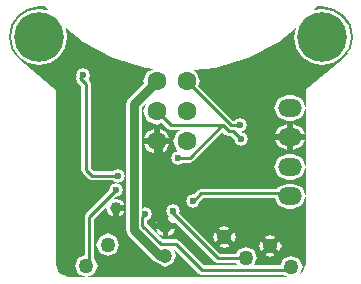
<source format=gbl>
G04 Layer_Physical_Order=2*
G04 Layer_Color=16711680*
%FSLAX43Y43*%
%MOMM*%
G71*
G01*
G75*
%ADD14C,0.250*%
%ADD15C,0.750*%
%ADD16C,0.500*%
%ADD17C,4.200*%
%ADD18C,1.270*%
%ADD19C,1.200*%
%ADD20C,1.000*%
%ADD21O,2.000X1.500*%
%ADD22C,0.600*%
%ADD23C,1.600*%
G36*
X27000Y23324D02*
X27985Y23128D01*
X28820Y22570D01*
X29378Y21735D01*
X29574Y20750D01*
X29378Y19765D01*
X29118Y19374D01*
X29152Y19352D01*
X28812Y18938D01*
X25860Y16515D01*
X25711Y16454D01*
X25592Y16165D01*
Y1500D01*
X25600Y1481D01*
X25283Y717D01*
X25077Y632D01*
X25333Y1250D01*
X25052Y1927D01*
X24375Y2208D01*
X23698Y1927D01*
X23478Y1396D01*
X21208D01*
X21458Y2000D01*
X21177Y2677D01*
X20500Y2958D01*
X19823Y2677D01*
X19710Y2406D01*
X18325D01*
X14878Y5853D01*
X14938Y6000D01*
X14764Y6421D01*
X14343Y6595D01*
X13922Y6421D01*
X13748Y6000D01*
X13922Y5579D01*
X14062Y5521D01*
X14118Y5465D01*
X13958Y5531D01*
Y4965D01*
X14524D01*
X14458Y5125D01*
X17870Y1713D01*
X18157Y1594D01*
X19710D01*
X19792Y1396D01*
X16928D01*
X14847Y3477D01*
X14560Y3596D01*
X13478D01*
X12156Y4918D01*
Y5219D01*
X12421Y5329D01*
X12595Y5750D01*
X12421Y6171D01*
X12000Y6345D01*
X11677Y6211D01*
Y14760D01*
X12139Y15223D01*
X11823Y14460D01*
X12156Y13656D01*
X12960Y13323D01*
X13358Y13488D01*
X13883Y12963D01*
X14170Y12844D01*
X14987D01*
X14696Y12724D01*
X14363Y11920D01*
X14696Y11116D01*
X14749Y11095D01*
X14329Y10921D01*
X14155Y10500D01*
X14329Y10079D01*
X14750Y9905D01*
X15171Y10079D01*
X15177Y10094D01*
X15750D01*
X16037Y10213D01*
X16043Y10227D01*
X18517Y12702D01*
X18756Y12463D01*
X19043Y12344D01*
X19272D01*
X19506Y12110D01*
X19500Y12095D01*
X19674Y11674D01*
X20095Y11500D01*
X20516Y11674D01*
X20690Y12095D01*
X20516Y12516D01*
X20095Y12690D01*
X20080Y12684D01*
X20077Y12687D01*
X20421Y12829D01*
X20595Y13250D01*
X20421Y13671D01*
X20000Y13845D01*
X19579Y13671D01*
X19573Y13656D01*
X19418D01*
X16472Y16602D01*
X16637Y17000D01*
X16304Y17804D01*
X16054Y17907D01*
X17916Y18090D01*
X20720Y18941D01*
X23304Y20322D01*
X24756Y21513D01*
X24604Y20750D01*
X24786Y19833D01*
X25306Y19056D01*
X26083Y18536D01*
X27000Y18354D01*
X27917Y18536D01*
X28694Y19056D01*
X29214Y19833D01*
X29396Y20750D01*
X29214Y21667D01*
X28694Y22444D01*
X27917Y22964D01*
X27000Y23146D01*
X26237Y22994D01*
X26522Y23342D01*
X27000D01*
Y23324D01*
D02*
G37*
G36*
X3763Y22994D02*
X3000Y23146D01*
X2083Y22964D01*
X1306Y22444D01*
X786Y21667D01*
X604Y20750D01*
X786Y19833D01*
X1306Y19056D01*
X2083Y18536D01*
X3000Y18354D01*
X3917Y18536D01*
X4694Y19056D01*
X5214Y19833D01*
X5396Y20750D01*
X5244Y21513D01*
X6696Y20322D01*
X9280Y18941D01*
X12084Y18090D01*
X12701Y18029D01*
X12156Y17804D01*
X11823Y17000D01*
X11876Y16873D01*
X10522Y15518D01*
X10323Y15040D01*
Y4439D01*
X10522Y3961D01*
X12746Y1737D01*
X13036Y1617D01*
X13057Y1564D01*
X13708Y1295D01*
X14359Y1564D01*
X14628Y2215D01*
X14393Y2783D01*
X16473Y703D01*
X16760Y584D01*
X23693D01*
X23698Y573D01*
X24095Y408D01*
X7043D01*
X7691Y677D01*
X7972Y1354D01*
X7691Y2031D01*
X7670Y2040D01*
Y5346D01*
X8769Y6445D01*
X8688Y6250D01*
X8926Y5676D01*
X9250Y5542D01*
Y6250D01*
X9500D01*
Y6500D01*
X10208D01*
X10074Y6824D01*
X9500Y7062D01*
X9305Y6981D01*
X9485Y7161D01*
X9500Y7155D01*
X9921Y7329D01*
X10095Y7750D01*
X9921Y8171D01*
X9500Y8345D01*
X9079Y8171D01*
X8905Y7750D01*
X8911Y7735D01*
X6977Y5801D01*
X6858Y5514D01*
Y2247D01*
X6337Y2031D01*
X6056Y1354D01*
X6337Y677D01*
X6985Y408D01*
X5500D01*
X5481Y400D01*
X4717Y717D01*
X4400Y1481D01*
X4408Y1500D01*
Y16165D01*
X4289Y16454D01*
X4140Y16515D01*
X1188Y18938D01*
X848Y19352D01*
X882Y19374D01*
X622Y19765D01*
X426Y20750D01*
X622Y21735D01*
X1180Y22570D01*
X2015Y23128D01*
X3000Y23324D01*
X3000D01*
Y23342D01*
X3478D01*
X3763Y22994D01*
D02*
G37*
%LPC*%
G36*
X13458Y4465D02*
X12892D01*
X13057Y4064D01*
X13458Y3899D01*
Y4465D01*
D02*
G37*
G36*
X22579Y4004D02*
X22152Y3827D01*
X22579Y3400D01*
X23006Y3827D01*
X22579Y4004D01*
D02*
G37*
G36*
X17923Y4223D02*
X17746Y3796D01*
X17923Y3369D01*
X18350Y3796D01*
X17923Y4223D01*
D02*
G37*
G36*
X13458Y5531D02*
X13057Y5366D01*
X12892Y4965D01*
X13458D01*
Y5531D01*
D02*
G37*
G36*
X18704Y4754D02*
X18277Y4577D01*
X18704Y4150D01*
X19131Y4577D01*
X18704Y4754D01*
D02*
G37*
G36*
X14524Y4465D02*
X13958D01*
Y3899D01*
X14359Y4064D01*
X14524Y4465D01*
D02*
G37*
G36*
X21798Y3473D02*
X21621Y3046D01*
X21798Y2619D01*
X22225Y3046D01*
X21798Y3473D01*
D02*
G37*
G36*
X8810Y4108D02*
X8133Y3827D01*
X7852Y3150D01*
X8133Y2473D01*
X8810Y2192D01*
X9487Y2473D01*
X9768Y3150D01*
X9487Y3827D01*
X8810Y4108D01*
D02*
G37*
G36*
X22579Y2693D02*
X22152Y2265D01*
X22579Y2088D01*
X23006Y2265D01*
X22579Y2693D01*
D02*
G37*
G36*
X19485Y4223D02*
X19058Y3796D01*
X19485Y3369D01*
X19662Y3796D01*
X19485Y4223D01*
D02*
G37*
G36*
X18704Y3443D02*
X18277Y3015D01*
X18704Y2838D01*
X19131Y3015D01*
X18704Y3443D01*
D02*
G37*
G36*
X23360Y3473D02*
X22933Y3046D01*
X23360Y2619D01*
X23537Y3046D01*
X23360Y3473D01*
D02*
G37*
G36*
X10208Y6000D02*
X9750D01*
Y5542D01*
X10074Y5676D01*
X10208Y6000D01*
D02*
G37*
G36*
X13210Y12953D02*
Y12170D01*
X13993D01*
X13764Y12724D01*
X13210Y12953D01*
D02*
G37*
G36*
X12710Y12953D02*
X12156Y12724D01*
X11927Y12170D01*
X12710D01*
Y12953D01*
D02*
G37*
G36*
X25479Y12000D02*
X24500D01*
Y11168D01*
X24500D01*
X25265Y11485D01*
X25479Y12000D01*
D02*
G37*
G36*
X24500Y15832D02*
X24000D01*
X23235Y15515D01*
X22918Y14750D01*
X23235Y13985D01*
X24000Y13668D01*
X24500D01*
X25265Y13985D01*
X25582Y14750D01*
X25265Y15515D01*
X24500Y15832D01*
D02*
G37*
G36*
Y13332D02*
X24500D01*
Y12500D01*
X25479D01*
X25265Y13015D01*
X24500Y13332D01*
D02*
G37*
G36*
X24000D02*
X24000D01*
X23235Y13015D01*
X23021Y12500D01*
X24000D01*
Y13332D01*
D02*
G37*
G36*
X24500Y10832D02*
X24000D01*
X23235Y10515D01*
X22918Y9750D01*
X23235Y8985D01*
X24000Y8668D01*
X24500D01*
X25265Y8985D01*
X25582Y9750D01*
X25265Y10515D01*
X24500Y10832D01*
D02*
G37*
G36*
X6750Y18095D02*
X6329Y17921D01*
X6155Y17500D01*
X6176Y17448D01*
X6094Y17250D01*
X6213Y16963D01*
X6594Y16582D01*
Y9500D01*
X6713Y9213D01*
X7213Y8713D01*
X7500Y8594D01*
X9273D01*
X9279Y8579D01*
X9700Y8405D01*
X10121Y8579D01*
X10295Y9000D01*
X10121Y9421D01*
X9700Y9595D01*
X9279Y9421D01*
X9273Y9406D01*
X7668D01*
X7406Y9668D01*
Y16750D01*
X7287Y17037D01*
X7193Y17131D01*
X7345Y17500D01*
X7171Y17921D01*
X6750Y18095D01*
D02*
G37*
G36*
X24500Y8332D02*
X24000D01*
X23235Y8015D01*
X23189Y7906D01*
X16750D01*
X16463Y7787D01*
X16086Y7410D01*
X16000Y7445D01*
X15579Y7271D01*
X15405Y6850D01*
X15579Y6429D01*
X16000Y6255D01*
X16421Y6429D01*
X16540Y6716D01*
X16918Y7094D01*
X22982D01*
X23235Y6485D01*
X24000Y6168D01*
X24500D01*
X25265Y6485D01*
X25582Y7250D01*
X25265Y8015D01*
X24500Y8332D01*
D02*
G37*
G36*
X24000Y12000D02*
X23021D01*
X23235Y11485D01*
X24000Y11168D01*
X24000D01*
Y12000D01*
D02*
G37*
G36*
X12710Y11670D02*
X11927D01*
X12156Y11116D01*
X12710Y10887D01*
Y11670D01*
D02*
G37*
G36*
X13993D02*
X13210D01*
Y10887D01*
X13764Y11116D01*
X13993Y11670D01*
D02*
G37*
%LPD*%
D14*
X14560Y3190D02*
X16760Y990D01*
X24365D02*
X24625Y1250D01*
X16760Y990D02*
X24365D01*
X6500Y17250D02*
X6750Y17500D01*
X24000Y7250D02*
X24250Y7000D01*
X16750Y7500D02*
X24000D01*
X16000Y6750D02*
X16750Y7500D01*
X7264Y1354D02*
Y5514D01*
X9500Y7750D01*
X6500Y17250D02*
X7000Y16750D01*
X15746Y10504D02*
X18492Y13250D01*
X15746Y10504D02*
X15750Y10500D01*
X14750D02*
X15750D01*
X13310Y3190D02*
X14560D01*
X18157Y2000D02*
X20000D01*
X7500Y9000D02*
X9700D01*
X7000Y9500D02*
X7500Y9000D01*
X7000Y9500D02*
Y16750D01*
X12960Y14460D02*
X14170Y13250D01*
X18543D02*
X19043Y12750D01*
X19440D01*
X20095Y12095D01*
X11750Y5500D02*
X12000Y5750D01*
X11750Y4750D02*
X13310Y3190D01*
X11750Y4750D02*
Y5500D01*
X14250Y5907D02*
X18157Y2000D01*
X14250Y5907D02*
X14343Y6000D01*
X15500Y17000D02*
X19250Y13250D01*
X20000D01*
X20000Y13250D02*
X20000Y13250D01*
X14170D02*
X18492D01*
X18543D01*
D15*
X13224Y2215D02*
X13708D01*
X11000Y4439D02*
X13224Y2215D01*
X11000Y4439D02*
Y15040D01*
X12960Y17000D01*
D16*
Y11920D02*
X13208Y11672D01*
Y4715D02*
Y11672D01*
D17*
X3000Y20750D02*
D03*
X27000D02*
D03*
D18*
X8810Y3150D02*
D03*
X7014Y1354D02*
D03*
X18704Y3796D02*
D03*
X20500Y2000D02*
D03*
X22579Y3046D02*
D03*
X24375Y1250D02*
D03*
D19*
X13708Y2215D02*
D03*
Y4715D02*
D03*
D20*
X9500Y6250D02*
D03*
D21*
X24250Y14750D02*
D03*
Y12250D02*
D03*
Y9750D02*
D03*
Y7250D02*
D03*
D22*
X6750Y17500D02*
D03*
X9500Y7750D02*
D03*
X9700Y9000D02*
D03*
X20095Y12095D02*
D03*
X14343Y6000D02*
D03*
X12000Y5750D02*
D03*
X16000Y6850D02*
D03*
X20000Y13250D02*
D03*
X14750Y10500D02*
D03*
D23*
X15500Y17000D02*
D03*
X12960Y14460D02*
D03*
Y11920D02*
D03*
X15500D02*
D03*
Y14460D02*
D03*
X12960Y17000D02*
D03*
M02*

</source>
